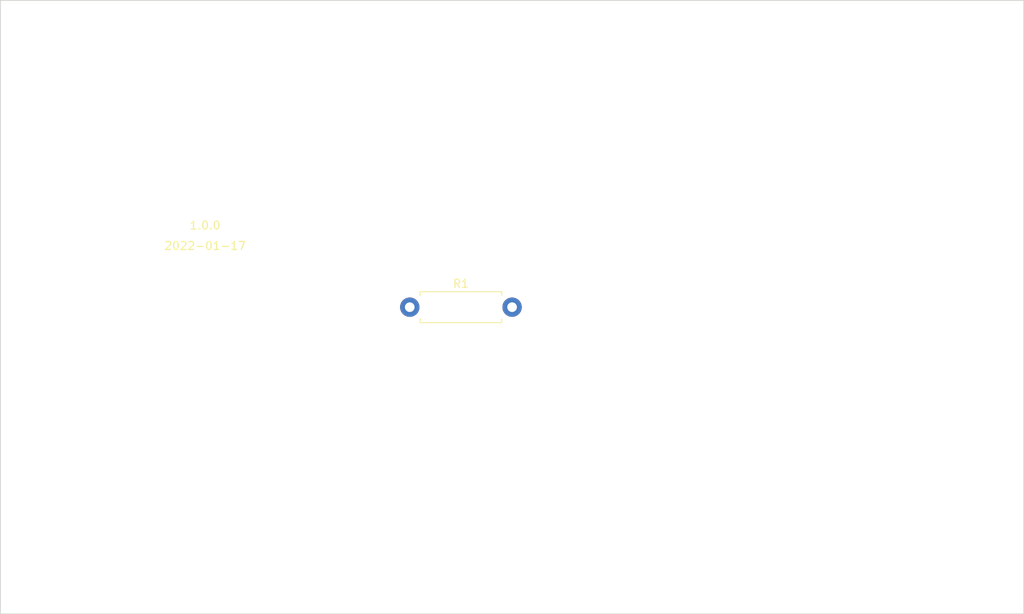
<source format=kicad_pcb>
(kicad_pcb (version 20211014) (generator pcbnew)
  (title_block (date "2022-01-17") (rev "1.0.0"))
  (layers (0 "F.Cu" signal) (31 "B.Cu" signal) (34 "B.Paste" user) (35 "F.Paste" user) (36 "B.SilkS" user "B.Silkscreen") (37 "F.SilkS" user "F.Silkscreen") (38 "B.Mask" user) (39 "F.Mask" user) (44 "Edge.Cuts" user))
  (net 0 "")
  (footprint "Resistor_THT:R_Axial_DIN0411_L9.9mm_D3.6mm_P12.70mm_Horizontal" (layer "F.Cu") (at 101.6 88.9)
    (fp_text reference "R1" (at 6.35 -2.92) (layer "F.SilkS"))
    (fp_text value "10k")
    (fp_line (start 1.28 -1.92) (end 11.42 -1.92) (layer "F.SilkS") (width 0.12))
    (fp_line (start 1.28 1.92) (end 11.42 1.92) (layer "F.SilkS") (width 0.12))
    (fp_line (start 1.28 1.44) (end 1.28 1.92) (layer "F.SilkS") (width 0.12))
    (fp_line (start 11.42 -1.92) (end 11.42 -1.44) (layer "F.SilkS") (width 0.12))
    (fp_line (start 1.28 -1.44) (end 1.28 -1.92) (layer "F.SilkS") (width 0.12))
    (fp_line (start 11.42 1.92) (end 11.42 1.44) (layer "F.SilkS") (width 0.12))
    (pad "1" thru_hole circle (at 0 0) (size 2.4 2.4) (drill 1.2) (layers *.Cu *.Mask))
    (pad "2" thru_hole oval (at 12.7 0) (size 2.4 2.4) (drill 1.2) (layers *.Cu *.Mask))
  )
  (gr_line (start 50.8 50.8) (end 50.8 127) (layer "Edge.Cuts") (width 0.1))
  (gr_line (start 177.8 50.8) (end 50.8 50.8) (layer "Edge.Cuts") (width 0.1))
  (gr_line (start 177.8 127) (end 177.8 50.8) (layer "Edge.Cuts") (width 0.1))
  (gr_line (start 50.8 127) (end 177.8 127) (layer "Edge.Cuts") (width 0.1))
  (gr_text "2022-01-17" (at 76.2 81.28) (layer "F.SilkS") (effects (font (size 1 1))))
  (gr_text "1.0.0" (at 76.2 78.74) (layer "F.SilkS") (effects (font (size 1 1))))
  (gr_text "" (at 76.2 76.2) (layer "F.SilkS") (effects (font (size 1 1))))
)
</source>
